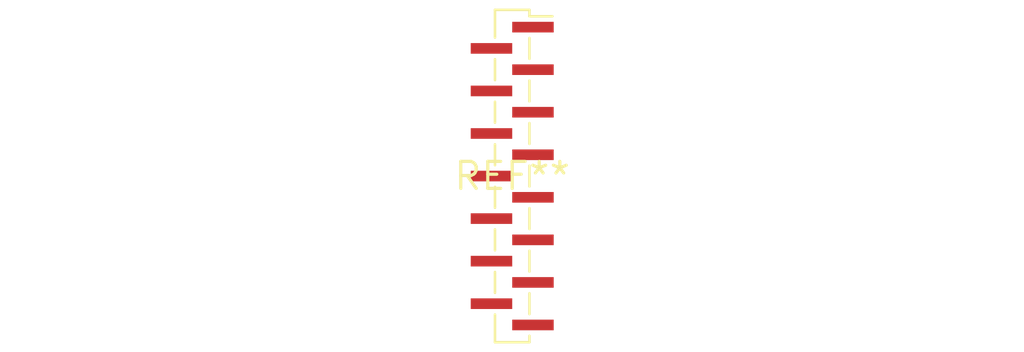
<source format=kicad_pcb>
(kicad_pcb (version 20240108) (generator pcbnew)
  (layers (0 "F.Cu" signal) (31 "B.Cu" signal) (34 "B.Paste" user) (35 "F.Paste" user) (36 "B.SilkS" user "B.Silkscreen") (37 "F.SilkS" user "F.Silkscreen") (38 "B.Mask" user) (39 "F.Mask" user) (44 "Edge.Cuts" user))
  (net 0 "")
  (footprint "PinSocket_1x15_P1.00mm_Vertical_SMD_Pin1Right" (layer "F.Cu") (at 0 0)
    (property "Reference" "REF**")
    (property "Value" "PinSocket_1x15_P1.00mm_Vertical_SMD_Pin1Right")
    (fp_line (start -0.81 -7.81) (end -0.81 -6.51) (layer "F.SilkS") (stroke (width 0.12)))
    (fp_line (start -0.81 -7.81) (end 0.81 -7.81) (layer "F.SilkS") (stroke (width 0.12)))
    (fp_line (start -0.81 -5.49) (end -0.81 -4.51) (layer "F.SilkS") (stroke (width 0.12)))
    (fp_line (start -0.81 -3.49) (end -0.81 -2.51) (layer "F.SilkS") (stroke (width 0.12)))
    (fp_line (start -0.81 -1.49) (end -0.81 -0.51) (layer "F.SilkS") (stroke (width 0.12)))
    (fp_line (start -0.81 0.51) (end -0.81 1.49) (layer "F.SilkS") (stroke (width 0.12)))
    (fp_line (start -0.81 2.51) (end -0.81 3.49) (layer "F.SilkS") (stroke (width 0.12)))
    (fp_line (start -0.81 4.51) (end -0.81 5.49) (layer "F.SilkS") (stroke (width 0.12)))
    (fp_line (start -0.81 6.51) (end -0.81 7.81) (layer "F.SilkS") (stroke (width 0.12)))
    (fp_line (start -0.81 7.81) (end 0.81 7.81) (layer "F.SilkS") (stroke (width 0.12)))
    (fp_line (start 0.81 -7.81) (end 0.81 -7.51) (layer "F.SilkS") (stroke (width 0.12)))
    (fp_line (start 0.81 -7.51) (end 1.89 -7.51) (layer "F.SilkS") (stroke (width 0.12)))
    (fp_line (start 0.81 -6.49) (end 0.81 -5.51) (layer "F.SilkS") (stroke (width 0.12)))
    (fp_line (start 0.81 -4.49) (end 0.81 -3.51) (layer "F.SilkS") (stroke (width 0.12)))
    (fp_line (start 0.81 -2.49) (end 0.81 -1.51) (layer "F.SilkS") (stroke (width 0.12)))
    (fp_line (start 0.81 -0.49) (end 0.81 0.49) (layer "F.SilkS") (stroke (width 0.12)))
    (fp_line (start 0.81 1.51) (end 0.81 2.49) (layer "F.SilkS") (stroke (width 0.12)))
    (fp_line (start 0.81 3.51) (end 0.81 4.49) (layer "F.SilkS") (stroke (width 0.12)))
    (fp_line (start 0.81 5.51) (end 0.81 6.49) (layer "F.SilkS") (stroke (width 0.12)))
    (fp_line (start 0.81 7.51) (end 0.81 7.81) (layer "F.SilkS") (stroke (width 0.12)))
    (pad "1" smd rect (at 0.975 -7) (size 1.95 0.5) (layers "F.Cu" "F.Paste" "F.Mask"))
    (pad "2" smd rect (at -0.975 -6) (size 1.95 0.5) (layers "F.Cu" "F.Paste" "F.Mask"))
    (pad "3" smd rect (at 0.975 -5) (size 1.95 0.5) (layers "F.Cu" "F.Paste" "F.Mask"))
    (pad "4" smd rect (at -0.975 -4) (size 1.95 0.5) (layers "F.Cu" "F.Paste" "F.Mask"))
    (pad "5" smd rect (at 0.975 -3) (size 1.95 0.5) (layers "F.Cu" "F.Paste" "F.Mask"))
    (pad "6" smd rect (at -0.975 -2) (size 1.95 0.5) (layers "F.Cu" "F.Paste" "F.Mask"))
    (pad "7" smd rect (at 0.975 -1) (size 1.95 0.5) (layers "F.Cu" "F.Paste" "F.Mask"))
    (pad "8" smd rect (at -0.975 0) (size 1.95 0.5) (layers "F.Cu" "F.Paste" "F.Mask"))
    (pad "9" smd rect (at 0.975 1) (size 1.95 0.5) (layers "F.Cu" "F.Paste" "F.Mask"))
    (pad "10" smd rect (at -0.975 2) (size 1.95 0.5) (layers "F.Cu" "F.Paste" "F.Mask"))
    (pad "11" smd rect (at 0.975 3) (size 1.95 0.5) (layers "F.Cu" "F.Paste" "F.Mask"))
    (pad "12" smd rect (at -0.975 4) (size 1.95 0.5) (layers "F.Cu" "F.Paste" "F.Mask"))
    (pad "13" smd rect (at 0.975 5) (size 1.95 0.5) (layers "F.Cu" "F.Paste" "F.Mask"))
    (pad "14" smd rect (at -0.975 6) (size 1.95 0.5) (layers "F.Cu" "F.Paste" "F.Mask"))
    (pad "15" smd rect (at 0.975 7) (size 1.95 0.5) (layers "F.Cu" "F.Paste" "F.Mask"))
  )
)
</source>
